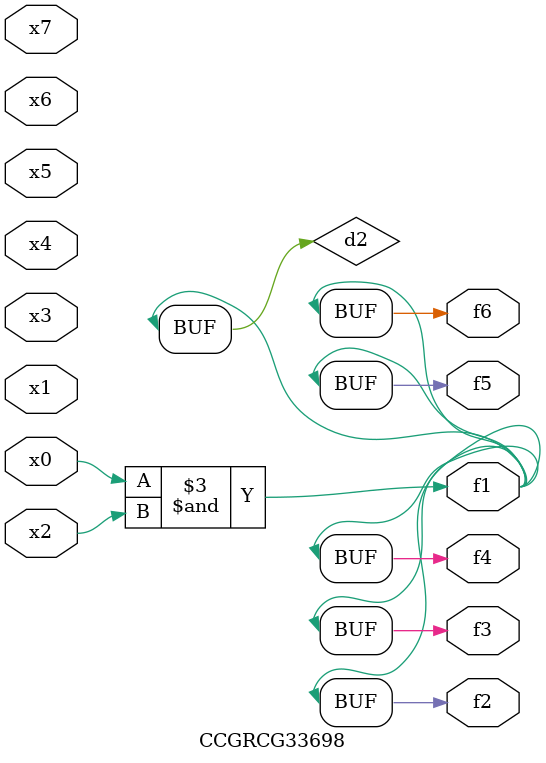
<source format=v>
module CCGRCG33698(
	input x0, x1, x2, x3, x4, x5, x6, x7,
	output f1, f2, f3, f4, f5, f6
);

	wire d1, d2;

	nor (d1, x3, x6);
	and (d2, x0, x2);
	assign f1 = d2;
	assign f2 = d2;
	assign f3 = d2;
	assign f4 = d2;
	assign f5 = d2;
	assign f6 = d2;
endmodule

</source>
